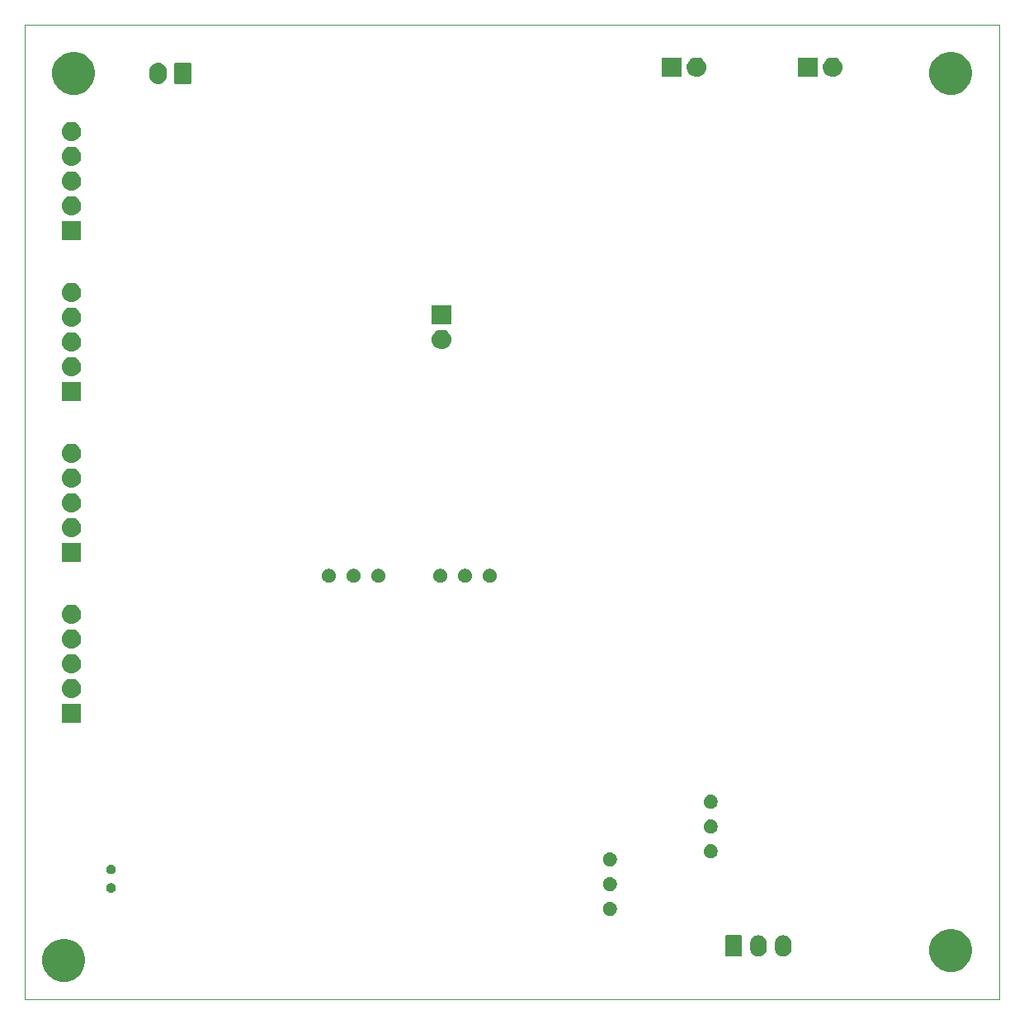
<source format=gbr>
%TF.GenerationSoftware,KiCad,Pcbnew,5.0.2+dfsg1-1*%
%TF.CreationDate,2021-03-05T16:55:40+01:00*%
%TF.ProjectId,XYgen,58596765-6e2e-46b6-9963-61645f706362,rev?*%
%TF.SameCoordinates,Original*%
%TF.FileFunction,Soldermask,Bot*%
%TF.FilePolarity,Negative*%
%FSLAX46Y46*%
G04 Gerber Fmt 4.6, Leading zero omitted, Abs format (unit mm)*
G04 Created by KiCad (PCBNEW 5.0.2+dfsg1-1) date Fri 05 Mar 2021 04:55:40 PM CET*
%MOMM*%
%LPD*%
G01*
G04 APERTURE LIST*
%ADD10C,0.100000*%
G04 APERTURE END LIST*
D10*
X100000000Y-35000000D02*
X100000000Y-135000000D01*
X200000000Y-35000000D02*
X100000000Y-35000000D01*
X200000000Y-135000000D02*
X200000000Y-35000000D01*
X100000000Y-135000000D02*
X200000000Y-135000000D01*
G36*
X104641716Y-128884544D02*
X105042090Y-129050384D01*
X105402421Y-129291150D01*
X105708850Y-129597579D01*
X105949616Y-129957910D01*
X106115456Y-130358284D01*
X106200000Y-130783317D01*
X106200000Y-131216683D01*
X106115456Y-131641716D01*
X105949616Y-132042090D01*
X105708850Y-132402421D01*
X105402421Y-132708850D01*
X105042090Y-132949616D01*
X104641716Y-133115456D01*
X104216683Y-133200000D01*
X103783317Y-133200000D01*
X103358284Y-133115456D01*
X102957910Y-132949616D01*
X102597579Y-132708850D01*
X102291150Y-132402421D01*
X102050384Y-132042090D01*
X101884544Y-131641716D01*
X101800000Y-131216683D01*
X101800000Y-130783317D01*
X101884544Y-130358284D01*
X102050384Y-129957910D01*
X102291150Y-129597579D01*
X102597579Y-129291150D01*
X102957910Y-129050384D01*
X103358284Y-128884544D01*
X103783317Y-128800000D01*
X104216683Y-128800000D01*
X104641716Y-128884544D01*
X104641716Y-128884544D01*
G37*
G36*
X195641716Y-127884544D02*
X196042090Y-128050384D01*
X196402421Y-128291150D01*
X196708850Y-128597579D01*
X196949616Y-128957910D01*
X197115456Y-129358284D01*
X197200000Y-129783317D01*
X197200000Y-130216683D01*
X197115456Y-130641716D01*
X196949616Y-131042090D01*
X196708850Y-131402421D01*
X196402421Y-131708850D01*
X196042090Y-131949616D01*
X195641716Y-132115456D01*
X195216683Y-132200000D01*
X194783317Y-132200000D01*
X194358284Y-132115456D01*
X193957910Y-131949616D01*
X193597579Y-131708850D01*
X193291150Y-131402421D01*
X193050384Y-131042090D01*
X192884544Y-130641716D01*
X192800000Y-130216683D01*
X192800000Y-129783317D01*
X192884544Y-129358284D01*
X193050384Y-128957910D01*
X193291150Y-128597579D01*
X193597579Y-128291150D01*
X193957910Y-128050384D01*
X194358284Y-127884544D01*
X194783317Y-127800000D01*
X195216683Y-127800000D01*
X195641716Y-127884544D01*
X195641716Y-127884544D01*
G37*
G36*
X177970545Y-128452588D02*
X177970548Y-128452589D01*
X177970549Y-128452589D01*
X178134544Y-128502336D01*
X178134546Y-128502337D01*
X178134549Y-128502338D01*
X178285685Y-128583121D01*
X178418159Y-128691841D01*
X178526878Y-128824314D01*
X178598286Y-128957910D01*
X178607664Y-128975455D01*
X178657411Y-129139450D01*
X178657412Y-129139454D01*
X178670000Y-129267262D01*
X178670000Y-129812737D01*
X178657412Y-129940547D01*
X178607664Y-130104546D01*
X178526878Y-130255686D01*
X178418159Y-130388159D01*
X178285686Y-130496878D01*
X178154913Y-130566777D01*
X178134545Y-130577664D01*
X177970550Y-130627411D01*
X177970549Y-130627411D01*
X177970546Y-130627412D01*
X177800000Y-130644209D01*
X177629455Y-130627412D01*
X177629452Y-130627411D01*
X177629451Y-130627411D01*
X177465456Y-130577664D01*
X177445088Y-130566777D01*
X177314315Y-130496878D01*
X177181842Y-130388159D01*
X177073123Y-130255686D01*
X176992337Y-130104547D01*
X176942588Y-129940546D01*
X176930000Y-129812738D01*
X176930000Y-129267263D01*
X176942588Y-129139455D01*
X176942589Y-129139451D01*
X176992336Y-128975456D01*
X176992337Y-128975454D01*
X176992338Y-128975451D01*
X177073121Y-128824315D01*
X177181841Y-128691841D01*
X177314314Y-128583122D01*
X177465453Y-128502337D01*
X177465455Y-128502336D01*
X177629450Y-128452589D01*
X177629451Y-128452589D01*
X177629454Y-128452588D01*
X177800000Y-128435791D01*
X177970545Y-128452588D01*
X177970545Y-128452588D01*
G37*
G36*
X175430545Y-128452588D02*
X175430548Y-128452589D01*
X175430549Y-128452589D01*
X175594544Y-128502336D01*
X175594546Y-128502337D01*
X175594549Y-128502338D01*
X175745685Y-128583121D01*
X175878159Y-128691841D01*
X175986878Y-128824314D01*
X176058286Y-128957910D01*
X176067664Y-128975455D01*
X176117411Y-129139450D01*
X176117412Y-129139454D01*
X176130000Y-129267262D01*
X176130000Y-129812737D01*
X176117412Y-129940547D01*
X176067664Y-130104546D01*
X175986878Y-130255686D01*
X175878159Y-130388159D01*
X175745686Y-130496878D01*
X175614913Y-130566777D01*
X175594545Y-130577664D01*
X175430550Y-130627411D01*
X175430549Y-130627411D01*
X175430546Y-130627412D01*
X175260000Y-130644209D01*
X175089455Y-130627412D01*
X175089452Y-130627411D01*
X175089451Y-130627411D01*
X174925456Y-130577664D01*
X174905088Y-130566777D01*
X174774315Y-130496878D01*
X174641842Y-130388159D01*
X174533123Y-130255686D01*
X174452337Y-130104547D01*
X174402588Y-129940546D01*
X174390000Y-129812738D01*
X174390000Y-129267263D01*
X174402588Y-129139455D01*
X174402589Y-129139451D01*
X174452336Y-128975456D01*
X174452337Y-128975454D01*
X174452338Y-128975451D01*
X174533121Y-128824315D01*
X174641841Y-128691841D01*
X174774314Y-128583122D01*
X174925453Y-128502337D01*
X174925455Y-128502336D01*
X175089450Y-128452589D01*
X175089451Y-128452589D01*
X175089454Y-128452588D01*
X175260000Y-128435791D01*
X175430545Y-128452588D01*
X175430545Y-128452588D01*
G37*
G36*
X173460355Y-128443685D02*
X173490431Y-128452808D01*
X173518145Y-128467622D01*
X173542440Y-128487560D01*
X173562378Y-128511855D01*
X173577192Y-128539569D01*
X173586315Y-128569645D01*
X173590000Y-128607059D01*
X173590000Y-130472941D01*
X173586315Y-130510355D01*
X173577192Y-130540431D01*
X173562378Y-130568145D01*
X173542440Y-130592440D01*
X173518145Y-130612378D01*
X173490431Y-130627192D01*
X173460355Y-130636315D01*
X173422941Y-130640000D01*
X172017059Y-130640000D01*
X171979645Y-130636315D01*
X171949569Y-130627192D01*
X171921855Y-130612378D01*
X171897560Y-130592440D01*
X171877622Y-130568145D01*
X171862808Y-130540431D01*
X171853685Y-130510355D01*
X171850000Y-130472941D01*
X171850000Y-128607059D01*
X171853685Y-128569645D01*
X171862808Y-128539569D01*
X171877622Y-128511855D01*
X171897560Y-128487560D01*
X171921855Y-128467622D01*
X171949569Y-128452808D01*
X171979645Y-128443685D01*
X172017059Y-128440000D01*
X173422941Y-128440000D01*
X173460355Y-128443685D01*
X173460355Y-128443685D01*
G37*
G36*
X160230015Y-125037668D02*
X160361049Y-125091944D01*
X160478975Y-125170740D01*
X160579260Y-125271025D01*
X160658056Y-125388951D01*
X160712332Y-125519985D01*
X160740000Y-125659085D01*
X160740000Y-125800915D01*
X160712332Y-125940015D01*
X160658056Y-126071049D01*
X160579260Y-126188975D01*
X160478975Y-126289260D01*
X160361049Y-126368056D01*
X160230015Y-126422332D01*
X160090915Y-126450000D01*
X159949085Y-126450000D01*
X159809985Y-126422332D01*
X159678951Y-126368056D01*
X159561025Y-126289260D01*
X159460740Y-126188975D01*
X159381944Y-126071049D01*
X159327668Y-125940015D01*
X159300000Y-125800915D01*
X159300000Y-125659085D01*
X159327668Y-125519985D01*
X159381944Y-125388951D01*
X159460740Y-125271025D01*
X159561025Y-125170740D01*
X159678951Y-125091944D01*
X159809985Y-125037668D01*
X159949085Y-125010000D01*
X160090915Y-125010000D01*
X160230015Y-125037668D01*
X160230015Y-125037668D01*
G37*
G36*
X108984845Y-123090215D02*
X109054544Y-123119085D01*
X109075839Y-123127906D01*
X109156640Y-123181896D01*
X109157734Y-123182627D01*
X109227373Y-123252266D01*
X109282095Y-123334163D01*
X109319785Y-123425155D01*
X109339000Y-123521755D01*
X109339000Y-123620245D01*
X109319785Y-123716845D01*
X109282095Y-123807837D01*
X109227373Y-123889734D01*
X109157734Y-123959373D01*
X109157731Y-123959375D01*
X109075839Y-124014094D01*
X108984845Y-124051785D01*
X108888246Y-124071000D01*
X108789754Y-124071000D01*
X108693155Y-124051785D01*
X108602161Y-124014094D01*
X108520269Y-123959375D01*
X108520266Y-123959373D01*
X108450627Y-123889734D01*
X108395905Y-123807837D01*
X108358215Y-123716845D01*
X108339000Y-123620245D01*
X108339000Y-123521755D01*
X108358215Y-123425155D01*
X108395905Y-123334163D01*
X108450627Y-123252266D01*
X108520266Y-123182627D01*
X108521360Y-123181896D01*
X108602161Y-123127906D01*
X108623457Y-123119085D01*
X108693155Y-123090215D01*
X108789754Y-123071000D01*
X108888246Y-123071000D01*
X108984845Y-123090215D01*
X108984845Y-123090215D01*
G37*
G36*
X160230015Y-122497668D02*
X160361049Y-122551944D01*
X160478975Y-122630740D01*
X160579260Y-122731025D01*
X160658056Y-122848951D01*
X160712332Y-122979985D01*
X160740000Y-123119085D01*
X160740000Y-123260915D01*
X160712332Y-123400015D01*
X160658056Y-123531049D01*
X160579260Y-123648975D01*
X160478975Y-123749260D01*
X160361049Y-123828056D01*
X160230015Y-123882332D01*
X160090915Y-123910000D01*
X159949085Y-123910000D01*
X159809985Y-123882332D01*
X159678951Y-123828056D01*
X159561025Y-123749260D01*
X159460740Y-123648975D01*
X159381944Y-123531049D01*
X159327668Y-123400015D01*
X159300000Y-123260915D01*
X159300000Y-123119085D01*
X159327668Y-122979985D01*
X159381944Y-122848951D01*
X159460740Y-122731025D01*
X159561025Y-122630740D01*
X159678951Y-122551944D01*
X159809985Y-122497668D01*
X159949085Y-122470000D01*
X160090915Y-122470000D01*
X160230015Y-122497668D01*
X160230015Y-122497668D01*
G37*
G36*
X108984845Y-121190215D02*
X109075839Y-121227906D01*
X109156640Y-121281896D01*
X109157734Y-121282627D01*
X109227373Y-121352266D01*
X109282095Y-121434163D01*
X109319785Y-121525155D01*
X109339000Y-121621755D01*
X109339000Y-121720245D01*
X109319785Y-121816845D01*
X109282095Y-121907837D01*
X109227373Y-121989734D01*
X109157734Y-122059373D01*
X109157731Y-122059375D01*
X109075839Y-122114094D01*
X108984845Y-122151785D01*
X108888246Y-122171000D01*
X108789754Y-122171000D01*
X108693155Y-122151785D01*
X108602161Y-122114094D01*
X108520269Y-122059375D01*
X108520266Y-122059373D01*
X108450627Y-121989734D01*
X108395905Y-121907837D01*
X108358215Y-121816845D01*
X108339000Y-121720245D01*
X108339000Y-121621755D01*
X108358215Y-121525155D01*
X108395905Y-121434163D01*
X108450627Y-121352266D01*
X108520266Y-121282627D01*
X108521360Y-121281896D01*
X108602161Y-121227906D01*
X108693155Y-121190215D01*
X108789754Y-121171000D01*
X108888246Y-121171000D01*
X108984845Y-121190215D01*
X108984845Y-121190215D01*
G37*
G36*
X160230015Y-119957668D02*
X160361049Y-120011944D01*
X160478975Y-120090740D01*
X160579260Y-120191025D01*
X160658056Y-120308951D01*
X160712332Y-120439985D01*
X160740000Y-120579085D01*
X160740000Y-120720915D01*
X160712332Y-120860015D01*
X160658056Y-120991049D01*
X160579260Y-121108975D01*
X160478975Y-121209260D01*
X160361049Y-121288056D01*
X160230015Y-121342332D01*
X160090915Y-121370000D01*
X159949085Y-121370000D01*
X159809985Y-121342332D01*
X159678951Y-121288056D01*
X159561025Y-121209260D01*
X159460740Y-121108975D01*
X159381944Y-120991049D01*
X159327668Y-120860015D01*
X159300000Y-120720915D01*
X159300000Y-120579085D01*
X159327668Y-120439985D01*
X159381944Y-120308951D01*
X159460740Y-120191025D01*
X159561025Y-120090740D01*
X159678951Y-120011944D01*
X159809985Y-119957668D01*
X159949085Y-119930000D01*
X160090915Y-119930000D01*
X160230015Y-119957668D01*
X160230015Y-119957668D01*
G37*
G36*
X170580515Y-119132168D02*
X170711549Y-119186444D01*
X170829475Y-119265240D01*
X170929760Y-119365525D01*
X171008556Y-119483451D01*
X171062832Y-119614485D01*
X171090500Y-119753585D01*
X171090500Y-119895415D01*
X171062832Y-120034515D01*
X171008556Y-120165549D01*
X170929760Y-120283475D01*
X170829475Y-120383760D01*
X170711549Y-120462556D01*
X170580515Y-120516832D01*
X170441415Y-120544500D01*
X170299585Y-120544500D01*
X170160485Y-120516832D01*
X170029451Y-120462556D01*
X169911525Y-120383760D01*
X169811240Y-120283475D01*
X169732444Y-120165549D01*
X169678168Y-120034515D01*
X169650500Y-119895415D01*
X169650500Y-119753585D01*
X169678168Y-119614485D01*
X169732444Y-119483451D01*
X169811240Y-119365525D01*
X169911525Y-119265240D01*
X170029451Y-119186444D01*
X170160485Y-119132168D01*
X170299585Y-119104500D01*
X170441415Y-119104500D01*
X170580515Y-119132168D01*
X170580515Y-119132168D01*
G37*
G36*
X170580515Y-116592168D02*
X170711549Y-116646444D01*
X170829475Y-116725240D01*
X170929760Y-116825525D01*
X171008556Y-116943451D01*
X171062832Y-117074485D01*
X171090500Y-117213585D01*
X171090500Y-117355415D01*
X171062832Y-117494515D01*
X171008556Y-117625549D01*
X170929760Y-117743475D01*
X170829475Y-117843760D01*
X170711549Y-117922556D01*
X170580515Y-117976832D01*
X170441415Y-118004500D01*
X170299585Y-118004500D01*
X170160485Y-117976832D01*
X170029451Y-117922556D01*
X169911525Y-117843760D01*
X169811240Y-117743475D01*
X169732444Y-117625549D01*
X169678168Y-117494515D01*
X169650500Y-117355415D01*
X169650500Y-117213585D01*
X169678168Y-117074485D01*
X169732444Y-116943451D01*
X169811240Y-116825525D01*
X169911525Y-116725240D01*
X170029451Y-116646444D01*
X170160485Y-116592168D01*
X170299585Y-116564500D01*
X170441415Y-116564500D01*
X170580515Y-116592168D01*
X170580515Y-116592168D01*
G37*
G36*
X170580515Y-114052168D02*
X170711549Y-114106444D01*
X170829475Y-114185240D01*
X170929760Y-114285525D01*
X171008556Y-114403451D01*
X171062832Y-114534485D01*
X171090500Y-114673585D01*
X171090500Y-114815415D01*
X171062832Y-114954515D01*
X171008556Y-115085549D01*
X170929760Y-115203475D01*
X170829475Y-115303760D01*
X170711549Y-115382556D01*
X170580515Y-115436832D01*
X170441415Y-115464500D01*
X170299585Y-115464500D01*
X170160485Y-115436832D01*
X170029451Y-115382556D01*
X169911525Y-115303760D01*
X169811240Y-115203475D01*
X169732444Y-115085549D01*
X169678168Y-114954515D01*
X169650500Y-114815415D01*
X169650500Y-114673585D01*
X169678168Y-114534485D01*
X169732444Y-114403451D01*
X169811240Y-114285525D01*
X169911525Y-114185240D01*
X170029451Y-114106444D01*
X170160485Y-114052168D01*
X170299585Y-114024500D01*
X170441415Y-114024500D01*
X170580515Y-114052168D01*
X170580515Y-114052168D01*
G37*
G36*
X105775000Y-106664000D02*
X103775000Y-106664000D01*
X103775000Y-104664000D01*
X105775000Y-104664000D01*
X105775000Y-106664000D01*
X105775000Y-106664000D01*
G37*
G36*
X104971030Y-102138469D02*
X104971033Y-102138470D01*
X104971034Y-102138470D01*
X105159535Y-102195651D01*
X105159537Y-102195652D01*
X105333260Y-102288509D01*
X105485528Y-102413472D01*
X105610491Y-102565740D01*
X105703348Y-102739463D01*
X105760531Y-102927970D01*
X105779838Y-103124000D01*
X105760531Y-103320030D01*
X105703348Y-103508537D01*
X105610491Y-103682260D01*
X105485528Y-103834528D01*
X105333260Y-103959491D01*
X105333258Y-103959492D01*
X105159535Y-104052349D01*
X104971034Y-104109530D01*
X104971033Y-104109530D01*
X104971030Y-104109531D01*
X104824124Y-104124000D01*
X104725876Y-104124000D01*
X104578970Y-104109531D01*
X104578967Y-104109530D01*
X104578966Y-104109530D01*
X104390465Y-104052349D01*
X104216742Y-103959492D01*
X104216740Y-103959491D01*
X104064472Y-103834528D01*
X103939509Y-103682260D01*
X103846652Y-103508537D01*
X103789469Y-103320030D01*
X103770162Y-103124000D01*
X103789469Y-102927970D01*
X103846652Y-102739463D01*
X103939509Y-102565740D01*
X104064472Y-102413472D01*
X104216740Y-102288509D01*
X104390463Y-102195652D01*
X104390465Y-102195651D01*
X104578966Y-102138470D01*
X104578967Y-102138470D01*
X104578970Y-102138469D01*
X104725876Y-102124000D01*
X104824124Y-102124000D01*
X104971030Y-102138469D01*
X104971030Y-102138469D01*
G37*
G36*
X104971030Y-99598469D02*
X104971033Y-99598470D01*
X104971034Y-99598470D01*
X105159535Y-99655651D01*
X105159537Y-99655652D01*
X105333260Y-99748509D01*
X105485528Y-99873472D01*
X105610491Y-100025740D01*
X105703348Y-100199463D01*
X105760531Y-100387970D01*
X105779838Y-100584000D01*
X105760531Y-100780030D01*
X105703348Y-100968537D01*
X105610491Y-101142260D01*
X105485528Y-101294528D01*
X105333260Y-101419491D01*
X105333258Y-101419492D01*
X105159535Y-101512349D01*
X104971034Y-101569530D01*
X104971033Y-101569530D01*
X104971030Y-101569531D01*
X104824124Y-101584000D01*
X104725876Y-101584000D01*
X104578970Y-101569531D01*
X104578967Y-101569530D01*
X104578966Y-101569530D01*
X104390465Y-101512349D01*
X104216742Y-101419492D01*
X104216740Y-101419491D01*
X104064472Y-101294528D01*
X103939509Y-101142260D01*
X103846652Y-100968537D01*
X103789469Y-100780030D01*
X103770162Y-100584000D01*
X103789469Y-100387970D01*
X103846652Y-100199463D01*
X103939509Y-100025740D01*
X104064472Y-99873472D01*
X104216740Y-99748509D01*
X104390463Y-99655652D01*
X104390465Y-99655651D01*
X104578966Y-99598470D01*
X104578967Y-99598470D01*
X104578970Y-99598469D01*
X104725876Y-99584000D01*
X104824124Y-99584000D01*
X104971030Y-99598469D01*
X104971030Y-99598469D01*
G37*
G36*
X104971030Y-97058469D02*
X104971033Y-97058470D01*
X104971034Y-97058470D01*
X105159535Y-97115651D01*
X105159537Y-97115652D01*
X105333260Y-97208509D01*
X105485528Y-97333472D01*
X105610491Y-97485740D01*
X105703348Y-97659463D01*
X105760531Y-97847970D01*
X105779838Y-98044000D01*
X105760531Y-98240030D01*
X105703348Y-98428537D01*
X105610491Y-98602260D01*
X105485528Y-98754528D01*
X105333260Y-98879491D01*
X105333258Y-98879492D01*
X105159535Y-98972349D01*
X104971034Y-99029530D01*
X104971033Y-99029530D01*
X104971030Y-99029531D01*
X104824124Y-99044000D01*
X104725876Y-99044000D01*
X104578970Y-99029531D01*
X104578967Y-99029530D01*
X104578966Y-99029530D01*
X104390465Y-98972349D01*
X104216742Y-98879492D01*
X104216740Y-98879491D01*
X104064472Y-98754528D01*
X103939509Y-98602260D01*
X103846652Y-98428537D01*
X103789469Y-98240030D01*
X103770162Y-98044000D01*
X103789469Y-97847970D01*
X103846652Y-97659463D01*
X103939509Y-97485740D01*
X104064472Y-97333472D01*
X104216740Y-97208509D01*
X104390463Y-97115652D01*
X104390465Y-97115651D01*
X104578966Y-97058470D01*
X104578967Y-97058470D01*
X104578970Y-97058469D01*
X104725876Y-97044000D01*
X104824124Y-97044000D01*
X104971030Y-97058469D01*
X104971030Y-97058469D01*
G37*
G36*
X104971030Y-94518469D02*
X104971033Y-94518470D01*
X104971034Y-94518470D01*
X105159535Y-94575651D01*
X105159537Y-94575652D01*
X105333260Y-94668509D01*
X105485528Y-94793472D01*
X105610491Y-94945740D01*
X105703348Y-95119463D01*
X105760531Y-95307970D01*
X105779838Y-95504000D01*
X105760531Y-95700030D01*
X105703348Y-95888537D01*
X105610491Y-96062260D01*
X105485528Y-96214528D01*
X105333260Y-96339491D01*
X105333258Y-96339492D01*
X105159535Y-96432349D01*
X104971034Y-96489530D01*
X104971033Y-96489530D01*
X104971030Y-96489531D01*
X104824124Y-96504000D01*
X104725876Y-96504000D01*
X104578970Y-96489531D01*
X104578967Y-96489530D01*
X104578966Y-96489530D01*
X104390465Y-96432349D01*
X104216742Y-96339492D01*
X104216740Y-96339491D01*
X104064472Y-96214528D01*
X103939509Y-96062260D01*
X103846652Y-95888537D01*
X103789469Y-95700030D01*
X103770162Y-95504000D01*
X103789469Y-95307970D01*
X103846652Y-95119463D01*
X103939509Y-94945740D01*
X104064472Y-94793472D01*
X104216740Y-94668509D01*
X104390463Y-94575652D01*
X104390465Y-94575651D01*
X104578966Y-94518470D01*
X104578967Y-94518470D01*
X104578970Y-94518469D01*
X104725876Y-94504000D01*
X104824124Y-94504000D01*
X104971030Y-94518469D01*
X104971030Y-94518469D01*
G37*
G36*
X131401015Y-90874668D02*
X131532049Y-90928944D01*
X131649975Y-91007740D01*
X131750260Y-91108025D01*
X131829056Y-91225951D01*
X131883332Y-91356985D01*
X131911000Y-91496085D01*
X131911000Y-91637915D01*
X131883332Y-91777015D01*
X131829056Y-91908049D01*
X131750260Y-92025975D01*
X131649975Y-92126260D01*
X131532049Y-92205056D01*
X131401015Y-92259332D01*
X131261915Y-92287000D01*
X131120085Y-92287000D01*
X130980985Y-92259332D01*
X130849951Y-92205056D01*
X130732025Y-92126260D01*
X130631740Y-92025975D01*
X130552944Y-91908049D01*
X130498668Y-91777015D01*
X130471000Y-91637915D01*
X130471000Y-91496085D01*
X130498668Y-91356985D01*
X130552944Y-91225951D01*
X130631740Y-91108025D01*
X130732025Y-91007740D01*
X130849951Y-90928944D01*
X130980985Y-90874668D01*
X131120085Y-90847000D01*
X131261915Y-90847000D01*
X131401015Y-90874668D01*
X131401015Y-90874668D01*
G37*
G36*
X133941015Y-90874668D02*
X134072049Y-90928944D01*
X134189975Y-91007740D01*
X134290260Y-91108025D01*
X134369056Y-91225951D01*
X134423332Y-91356985D01*
X134451000Y-91496085D01*
X134451000Y-91637915D01*
X134423332Y-91777015D01*
X134369056Y-91908049D01*
X134290260Y-92025975D01*
X134189975Y-92126260D01*
X134072049Y-92205056D01*
X133941015Y-92259332D01*
X133801915Y-92287000D01*
X133660085Y-92287000D01*
X133520985Y-92259332D01*
X133389951Y-92205056D01*
X133272025Y-92126260D01*
X133171740Y-92025975D01*
X133092944Y-91908049D01*
X133038668Y-91777015D01*
X133011000Y-91637915D01*
X133011000Y-91496085D01*
X133038668Y-91356985D01*
X133092944Y-91225951D01*
X133171740Y-91108025D01*
X133272025Y-91007740D01*
X133389951Y-90928944D01*
X133520985Y-90874668D01*
X133660085Y-90847000D01*
X133801915Y-90847000D01*
X133941015Y-90874668D01*
X133941015Y-90874668D01*
G37*
G36*
X136481015Y-90874668D02*
X136612049Y-90928944D01*
X136729975Y-91007740D01*
X136830260Y-91108025D01*
X136909056Y-91225951D01*
X136963332Y-91356985D01*
X136991000Y-91496085D01*
X136991000Y-91637915D01*
X136963332Y-91777015D01*
X136909056Y-91908049D01*
X136830260Y-92025975D01*
X136729975Y-92126260D01*
X136612049Y-92205056D01*
X136481015Y-92259332D01*
X136341915Y-92287000D01*
X136200085Y-92287000D01*
X136060985Y-92259332D01*
X135929951Y-92205056D01*
X135812025Y-92126260D01*
X135711740Y-92025975D01*
X135632944Y-91908049D01*
X135578668Y-91777015D01*
X135551000Y-91637915D01*
X135551000Y-91496085D01*
X135578668Y-91356985D01*
X135632944Y-91225951D01*
X135711740Y-91108025D01*
X135812025Y-91007740D01*
X135929951Y-90928944D01*
X136060985Y-90874668D01*
X136200085Y-90847000D01*
X136341915Y-90847000D01*
X136481015Y-90874668D01*
X136481015Y-90874668D01*
G37*
G36*
X142831015Y-90874668D02*
X142962049Y-90928944D01*
X143079975Y-91007740D01*
X143180260Y-91108025D01*
X143259056Y-91225951D01*
X143313332Y-91356985D01*
X143341000Y-91496085D01*
X143341000Y-91637915D01*
X143313332Y-91777015D01*
X143259056Y-91908049D01*
X143180260Y-92025975D01*
X143079975Y-92126260D01*
X142962049Y-92205056D01*
X142831015Y-92259332D01*
X142691915Y-92287000D01*
X142550085Y-92287000D01*
X142410985Y-92259332D01*
X142279951Y-92205056D01*
X142162025Y-92126260D01*
X142061740Y-92025975D01*
X141982944Y-91908049D01*
X141928668Y-91777015D01*
X141901000Y-91637915D01*
X141901000Y-91496085D01*
X141928668Y-91356985D01*
X141982944Y-91225951D01*
X142061740Y-91108025D01*
X142162025Y-91007740D01*
X142279951Y-90928944D01*
X142410985Y-90874668D01*
X142550085Y-90847000D01*
X142691915Y-90847000D01*
X142831015Y-90874668D01*
X142831015Y-90874668D01*
G37*
G36*
X145371015Y-90874668D02*
X145502049Y-90928944D01*
X145619975Y-91007740D01*
X145720260Y-91108025D01*
X145799056Y-91225951D01*
X145853332Y-91356985D01*
X145881000Y-91496085D01*
X145881000Y-91637915D01*
X145853332Y-91777015D01*
X145799056Y-91908049D01*
X145720260Y-92025975D01*
X145619975Y-92126260D01*
X145502049Y-92205056D01*
X145371015Y-92259332D01*
X145231915Y-92287000D01*
X145090085Y-92287000D01*
X144950985Y-92259332D01*
X144819951Y-92205056D01*
X144702025Y-92126260D01*
X144601740Y-92025975D01*
X144522944Y-91908049D01*
X144468668Y-91777015D01*
X144441000Y-91637915D01*
X144441000Y-91496085D01*
X144468668Y-91356985D01*
X144522944Y-91225951D01*
X144601740Y-91108025D01*
X144702025Y-91007740D01*
X144819951Y-90928944D01*
X144950985Y-90874668D01*
X145090085Y-90847000D01*
X145231915Y-90847000D01*
X145371015Y-90874668D01*
X145371015Y-90874668D01*
G37*
G36*
X147911015Y-90874668D02*
X148042049Y-90928944D01*
X148159975Y-91007740D01*
X148260260Y-91108025D01*
X148339056Y-91225951D01*
X148393332Y-91356985D01*
X148421000Y-91496085D01*
X148421000Y-91637915D01*
X148393332Y-91777015D01*
X148339056Y-91908049D01*
X148260260Y-92025975D01*
X148159975Y-92126260D01*
X148042049Y-92205056D01*
X147911015Y-92259332D01*
X147771915Y-92287000D01*
X147630085Y-92287000D01*
X147490985Y-92259332D01*
X147359951Y-92205056D01*
X147242025Y-92126260D01*
X147141740Y-92025975D01*
X147062944Y-91908049D01*
X147008668Y-91777015D01*
X146981000Y-91637915D01*
X146981000Y-91496085D01*
X147008668Y-91356985D01*
X147062944Y-91225951D01*
X147141740Y-91108025D01*
X147242025Y-91007740D01*
X147359951Y-90928944D01*
X147490985Y-90874668D01*
X147630085Y-90847000D01*
X147771915Y-90847000D01*
X147911015Y-90874668D01*
X147911015Y-90874668D01*
G37*
G36*
X105775000Y-90154000D02*
X103775000Y-90154000D01*
X103775000Y-88154000D01*
X105775000Y-88154000D01*
X105775000Y-90154000D01*
X105775000Y-90154000D01*
G37*
G36*
X104971030Y-85628469D02*
X104971033Y-85628470D01*
X104971034Y-85628470D01*
X105159535Y-85685651D01*
X105159537Y-85685652D01*
X105333260Y-85778509D01*
X105485528Y-85903472D01*
X105610491Y-86055740D01*
X105703348Y-86229463D01*
X105760531Y-86417970D01*
X105779838Y-86614000D01*
X105760531Y-86810030D01*
X105703348Y-86998537D01*
X105610491Y-87172260D01*
X105485528Y-87324528D01*
X105333260Y-87449491D01*
X105333258Y-87449492D01*
X105159535Y-87542349D01*
X104971034Y-87599530D01*
X104971033Y-87599530D01*
X104971030Y-87599531D01*
X104824124Y-87614000D01*
X104725876Y-87614000D01*
X104578970Y-87599531D01*
X104578967Y-87599530D01*
X104578966Y-87599530D01*
X104390465Y-87542349D01*
X104216742Y-87449492D01*
X104216740Y-87449491D01*
X104064472Y-87324528D01*
X103939509Y-87172260D01*
X103846652Y-86998537D01*
X103789469Y-86810030D01*
X103770162Y-86614000D01*
X103789469Y-86417970D01*
X103846652Y-86229463D01*
X103939509Y-86055740D01*
X104064472Y-85903472D01*
X104216740Y-85778509D01*
X104390463Y-85685652D01*
X104390465Y-85685651D01*
X104578966Y-85628470D01*
X104578967Y-85628470D01*
X104578970Y-85628469D01*
X104725876Y-85614000D01*
X104824124Y-85614000D01*
X104971030Y-85628469D01*
X104971030Y-85628469D01*
G37*
G36*
X104971030Y-83088469D02*
X104971033Y-83088470D01*
X104971034Y-83088470D01*
X105159535Y-83145651D01*
X105159537Y-83145652D01*
X105333260Y-83238509D01*
X105485528Y-83363472D01*
X105610491Y-83515740D01*
X105703348Y-83689463D01*
X105760531Y-83877970D01*
X105779838Y-84074000D01*
X105760531Y-84270030D01*
X105703348Y-84458537D01*
X105610491Y-84632260D01*
X105485528Y-84784528D01*
X105333260Y-84909491D01*
X105333258Y-84909492D01*
X105159535Y-85002349D01*
X104971034Y-85059530D01*
X104971033Y-85059530D01*
X104971030Y-85059531D01*
X104824124Y-85074000D01*
X104725876Y-85074000D01*
X104578970Y-85059531D01*
X104578967Y-85059530D01*
X104578966Y-85059530D01*
X104390465Y-85002349D01*
X104216742Y-84909492D01*
X104216740Y-84909491D01*
X104064472Y-84784528D01*
X103939509Y-84632260D01*
X103846652Y-84458537D01*
X103789469Y-84270030D01*
X103770162Y-84074000D01*
X103789469Y-83877970D01*
X103846652Y-83689463D01*
X103939509Y-83515740D01*
X104064472Y-83363472D01*
X104216740Y-83238509D01*
X104390463Y-83145652D01*
X104390465Y-83145651D01*
X104578966Y-83088470D01*
X104578967Y-83088470D01*
X104578970Y-83088469D01*
X104725876Y-83074000D01*
X104824124Y-83074000D01*
X104971030Y-83088469D01*
X104971030Y-83088469D01*
G37*
G36*
X104971030Y-80548469D02*
X104971033Y-80548470D01*
X104971034Y-80548470D01*
X105159535Y-80605651D01*
X105159537Y-80605652D01*
X105333260Y-80698509D01*
X105485528Y-80823472D01*
X105610491Y-80975740D01*
X105703348Y-81149463D01*
X105760531Y-81337970D01*
X105779838Y-81534000D01*
X105760531Y-81730030D01*
X105703348Y-81918537D01*
X105610491Y-82092260D01*
X105485528Y-82244528D01*
X105333260Y-82369491D01*
X105333258Y-82369492D01*
X105159535Y-82462349D01*
X104971034Y-82519530D01*
X104971033Y-82519530D01*
X104971030Y-82519531D01*
X104824124Y-82534000D01*
X104725876Y-82534000D01*
X104578970Y-82519531D01*
X104578967Y-82519530D01*
X104578966Y-82519530D01*
X104390465Y-82462349D01*
X104216742Y-82369492D01*
X104216740Y-82369491D01*
X104064472Y-82244528D01*
X103939509Y-82092260D01*
X103846652Y-81918537D01*
X103789469Y-81730030D01*
X103770162Y-81534000D01*
X103789469Y-81337970D01*
X103846652Y-81149463D01*
X103939509Y-80975740D01*
X104064472Y-80823472D01*
X104216740Y-80698509D01*
X104390463Y-80605652D01*
X104390465Y-80605651D01*
X104578966Y-80548470D01*
X104578967Y-80548470D01*
X104578970Y-80548469D01*
X104725876Y-80534000D01*
X104824124Y-80534000D01*
X104971030Y-80548469D01*
X104971030Y-80548469D01*
G37*
G36*
X104971030Y-78008469D02*
X104971033Y-78008470D01*
X104971034Y-78008470D01*
X105159535Y-78065651D01*
X105159537Y-78065652D01*
X105333260Y-78158509D01*
X105485528Y-78283472D01*
X105610491Y-78435740D01*
X105703348Y-78609463D01*
X105760531Y-78797970D01*
X105779838Y-78994000D01*
X105760531Y-79190030D01*
X105703348Y-79378537D01*
X105610491Y-79552260D01*
X105485528Y-79704528D01*
X105333260Y-79829491D01*
X105333258Y-79829492D01*
X105159535Y-79922349D01*
X104971034Y-79979530D01*
X104971033Y-79979530D01*
X104971030Y-79979531D01*
X104824124Y-79994000D01*
X104725876Y-79994000D01*
X104578970Y-79979531D01*
X104578967Y-79979530D01*
X104578966Y-79979530D01*
X104390465Y-79922349D01*
X104216742Y-79829492D01*
X104216740Y-79829491D01*
X104064472Y-79704528D01*
X103939509Y-79552260D01*
X103846652Y-79378537D01*
X103789469Y-79190030D01*
X103770162Y-78994000D01*
X103789469Y-78797970D01*
X103846652Y-78609463D01*
X103939509Y-78435740D01*
X104064472Y-78283472D01*
X104216740Y-78158509D01*
X104390463Y-78065652D01*
X104390465Y-78065651D01*
X104578966Y-78008470D01*
X104578967Y-78008470D01*
X104578970Y-78008469D01*
X104725876Y-77994000D01*
X104824124Y-77994000D01*
X104971030Y-78008469D01*
X104971030Y-78008469D01*
G37*
G36*
X105775000Y-73644000D02*
X103775000Y-73644000D01*
X103775000Y-71644000D01*
X105775000Y-71644000D01*
X105775000Y-73644000D01*
X105775000Y-73644000D01*
G37*
G36*
X104971030Y-69118469D02*
X104971033Y-69118470D01*
X104971034Y-69118470D01*
X105159535Y-69175651D01*
X105159537Y-69175652D01*
X105333260Y-69268509D01*
X105485528Y-69393472D01*
X105610491Y-69545740D01*
X105703348Y-69719463D01*
X105760531Y-69907970D01*
X105779838Y-70104000D01*
X105760531Y-70300030D01*
X105703348Y-70488537D01*
X105610491Y-70662260D01*
X105485528Y-70814528D01*
X105333260Y-70939491D01*
X105333258Y-70939492D01*
X105159535Y-71032349D01*
X104971034Y-71089530D01*
X104971033Y-71089530D01*
X104971030Y-71089531D01*
X104824124Y-71104000D01*
X104725876Y-71104000D01*
X104578970Y-71089531D01*
X104578967Y-71089530D01*
X104578966Y-71089530D01*
X104390465Y-71032349D01*
X104216742Y-70939492D01*
X104216740Y-70939491D01*
X104064472Y-70814528D01*
X103939509Y-70662260D01*
X103846652Y-70488537D01*
X103789469Y-70300030D01*
X103770162Y-70104000D01*
X103789469Y-69907970D01*
X103846652Y-69719463D01*
X103939509Y-69545740D01*
X104064472Y-69393472D01*
X104216740Y-69268509D01*
X104390463Y-69175652D01*
X104390465Y-69175651D01*
X104578966Y-69118470D01*
X104578967Y-69118470D01*
X104578970Y-69118469D01*
X104725876Y-69104000D01*
X104824124Y-69104000D01*
X104971030Y-69118469D01*
X104971030Y-69118469D01*
G37*
G36*
X104971030Y-66578469D02*
X104971033Y-66578470D01*
X104971034Y-66578470D01*
X105159535Y-66635651D01*
X105159537Y-66635652D01*
X105333260Y-66728509D01*
X105485528Y-66853472D01*
X105610491Y-67005740D01*
X105703348Y-67179463D01*
X105760531Y-67367970D01*
X105779838Y-67564000D01*
X105760531Y-67760030D01*
X105760530Y-67760033D01*
X105760530Y-67760034D01*
X105727701Y-67868258D01*
X105703348Y-67948537D01*
X105610491Y-68122260D01*
X105485528Y-68274528D01*
X105333260Y-68399491D01*
X105333258Y-68399492D01*
X105159535Y-68492349D01*
X104971034Y-68549530D01*
X104971033Y-68549530D01*
X104971030Y-68549531D01*
X104824124Y-68564000D01*
X104725876Y-68564000D01*
X104578970Y-68549531D01*
X104578967Y-68549530D01*
X104578966Y-68549530D01*
X104390465Y-68492349D01*
X104216742Y-68399492D01*
X104216740Y-68399491D01*
X104064472Y-68274528D01*
X103939509Y-68122260D01*
X103846652Y-67948537D01*
X103822300Y-67868258D01*
X103789470Y-67760034D01*
X103789470Y-67760033D01*
X103789469Y-67760030D01*
X103770162Y-67564000D01*
X103789469Y-67367970D01*
X103846652Y-67179463D01*
X103939509Y-67005740D01*
X104064472Y-66853472D01*
X104216740Y-66728509D01*
X104390463Y-66635652D01*
X104390465Y-66635651D01*
X104578966Y-66578470D01*
X104578967Y-66578470D01*
X104578970Y-66578469D01*
X104725876Y-66564000D01*
X104824124Y-66564000D01*
X104971030Y-66578469D01*
X104971030Y-66578469D01*
G37*
G36*
X142944030Y-66324469D02*
X142944033Y-66324470D01*
X142944034Y-66324470D01*
X143132535Y-66381651D01*
X143132537Y-66381652D01*
X143306260Y-66474509D01*
X143458528Y-66599472D01*
X143583491Y-66751740D01*
X143583492Y-66751742D01*
X143676349Y-66925465D01*
X143733530Y-67113966D01*
X143733531Y-67113970D01*
X143752838Y-67310000D01*
X143733531Y-67506030D01*
X143676348Y-67694537D01*
X143583491Y-67868260D01*
X143458528Y-68020528D01*
X143306260Y-68145491D01*
X143306258Y-68145492D01*
X143132535Y-68238349D01*
X142944034Y-68295530D01*
X142944033Y-68295530D01*
X142944030Y-68295531D01*
X142797124Y-68310000D01*
X142698876Y-68310000D01*
X142551970Y-68295531D01*
X142551967Y-68295530D01*
X142551966Y-68295530D01*
X142363465Y-68238349D01*
X142189742Y-68145492D01*
X142189740Y-68145491D01*
X142037472Y-68020528D01*
X141912509Y-67868260D01*
X141819652Y-67694537D01*
X141762469Y-67506030D01*
X141743162Y-67310000D01*
X141762469Y-67113970D01*
X141762470Y-67113966D01*
X141819651Y-66925465D01*
X141912508Y-66751742D01*
X141912509Y-66751740D01*
X142037472Y-66599472D01*
X142189740Y-66474509D01*
X142363463Y-66381652D01*
X142363465Y-66381651D01*
X142551966Y-66324470D01*
X142551967Y-66324470D01*
X142551970Y-66324469D01*
X142698876Y-66310000D01*
X142797124Y-66310000D01*
X142944030Y-66324469D01*
X142944030Y-66324469D01*
G37*
G36*
X104971030Y-64038469D02*
X104971033Y-64038470D01*
X104971034Y-64038470D01*
X105159535Y-64095651D01*
X105159537Y-64095652D01*
X105333260Y-64188509D01*
X105485528Y-64313472D01*
X105610491Y-64465740D01*
X105703348Y-64639463D01*
X105760531Y-64827970D01*
X105779838Y-65024000D01*
X105760531Y-65220030D01*
X105703348Y-65408537D01*
X105610491Y-65582260D01*
X105485528Y-65734528D01*
X105333260Y-65859491D01*
X105333258Y-65859492D01*
X105159535Y-65952349D01*
X104971034Y-66009530D01*
X104971033Y-66009530D01*
X104971030Y-66009531D01*
X104824124Y-66024000D01*
X104725876Y-66024000D01*
X104578970Y-66009531D01*
X104578967Y-66009530D01*
X104578966Y-66009530D01*
X104390465Y-65952349D01*
X104216742Y-65859492D01*
X104216740Y-65859491D01*
X104064472Y-65734528D01*
X103939509Y-65582260D01*
X103846652Y-65408537D01*
X103789469Y-65220030D01*
X103770162Y-65024000D01*
X103789469Y-64827970D01*
X103846652Y-64639463D01*
X103939509Y-64465740D01*
X104064472Y-64313472D01*
X104216740Y-64188509D01*
X104390463Y-64095652D01*
X104390465Y-64095651D01*
X104578966Y-64038470D01*
X104578967Y-64038470D01*
X104578970Y-64038469D01*
X104725876Y-64024000D01*
X104824124Y-64024000D01*
X104971030Y-64038469D01*
X104971030Y-64038469D01*
G37*
G36*
X143748000Y-65770000D02*
X141748000Y-65770000D01*
X141748000Y-63770000D01*
X143748000Y-63770000D01*
X143748000Y-65770000D01*
X143748000Y-65770000D01*
G37*
G36*
X104971030Y-61498469D02*
X104971033Y-61498470D01*
X104971034Y-61498470D01*
X105159535Y-61555651D01*
X105159537Y-61555652D01*
X105333260Y-61648509D01*
X105485528Y-61773472D01*
X105610491Y-61925740D01*
X105703348Y-62099463D01*
X105760531Y-62287970D01*
X105779838Y-62484000D01*
X105760531Y-62680030D01*
X105703348Y-62868537D01*
X105610491Y-63042260D01*
X105485528Y-63194528D01*
X105333260Y-63319491D01*
X105333258Y-63319492D01*
X105159535Y-63412349D01*
X104971034Y-63469530D01*
X104971033Y-63469530D01*
X104971030Y-63469531D01*
X104824124Y-63484000D01*
X104725876Y-63484000D01*
X104578970Y-63469531D01*
X104578967Y-63469530D01*
X104578966Y-63469530D01*
X104390465Y-63412349D01*
X104216742Y-63319492D01*
X104216740Y-63319491D01*
X104064472Y-63194528D01*
X103939509Y-63042260D01*
X103846652Y-62868537D01*
X103789469Y-62680030D01*
X103770162Y-62484000D01*
X103789469Y-62287970D01*
X103846652Y-62099463D01*
X103939509Y-61925740D01*
X104064472Y-61773472D01*
X104216740Y-61648509D01*
X104390463Y-61555652D01*
X104390465Y-61555651D01*
X104578966Y-61498470D01*
X104578967Y-61498470D01*
X104578970Y-61498469D01*
X104725876Y-61484000D01*
X104824124Y-61484000D01*
X104971030Y-61498469D01*
X104971030Y-61498469D01*
G37*
G36*
X105775000Y-57134000D02*
X103775000Y-57134000D01*
X103775000Y-55134000D01*
X105775000Y-55134000D01*
X105775000Y-57134000D01*
X105775000Y-57134000D01*
G37*
G36*
X104971030Y-52608469D02*
X104971033Y-52608470D01*
X104971034Y-52608470D01*
X105159535Y-52665651D01*
X105159537Y-52665652D01*
X105333260Y-52758509D01*
X105485528Y-52883472D01*
X105610491Y-53035740D01*
X105703348Y-53209463D01*
X105760531Y-53397970D01*
X105779838Y-53594000D01*
X105760531Y-53790030D01*
X105703348Y-53978537D01*
X105610491Y-54152260D01*
X105485528Y-54304528D01*
X105333260Y-54429491D01*
X105333258Y-54429492D01*
X105159535Y-54522349D01*
X104971034Y-54579530D01*
X104971033Y-54579530D01*
X104971030Y-54579531D01*
X104824124Y-54594000D01*
X104725876Y-54594000D01*
X104578970Y-54579531D01*
X104578967Y-54579530D01*
X104578966Y-54579530D01*
X104390465Y-54522349D01*
X104216742Y-54429492D01*
X104216740Y-54429491D01*
X104064472Y-54304528D01*
X103939509Y-54152260D01*
X103846652Y-53978537D01*
X103789469Y-53790030D01*
X103770162Y-53594000D01*
X103789469Y-53397970D01*
X103846652Y-53209463D01*
X103939509Y-53035740D01*
X104064472Y-52883472D01*
X104216740Y-52758509D01*
X104390463Y-52665652D01*
X104390465Y-52665651D01*
X104578966Y-52608470D01*
X104578967Y-52608470D01*
X104578970Y-52608469D01*
X104725876Y-52594000D01*
X104824124Y-52594000D01*
X104971030Y-52608469D01*
X104971030Y-52608469D01*
G37*
G36*
X104971030Y-50068469D02*
X104971033Y-50068470D01*
X104971034Y-50068470D01*
X105159535Y-50125651D01*
X105159537Y-50125652D01*
X105333260Y-50218509D01*
X105485528Y-50343472D01*
X105610491Y-50495740D01*
X105703348Y-50669463D01*
X105760531Y-50857970D01*
X105779838Y-51054000D01*
X105760531Y-51250030D01*
X105703348Y-51438537D01*
X105610491Y-51612260D01*
X105485528Y-51764528D01*
X105333260Y-51889491D01*
X105333258Y-51889492D01*
X105159535Y-51982349D01*
X104971034Y-52039530D01*
X104971033Y-52039530D01*
X104971030Y-52039531D01*
X104824124Y-52054000D01*
X104725876Y-52054000D01*
X104578970Y-52039531D01*
X104578967Y-52039530D01*
X104578966Y-52039530D01*
X104390465Y-51982349D01*
X104216742Y-51889492D01*
X104216740Y-51889491D01*
X104064472Y-51764528D01*
X103939509Y-51612260D01*
X103846652Y-51438537D01*
X103789469Y-51250030D01*
X103770162Y-51054000D01*
X103789469Y-50857970D01*
X103846652Y-50669463D01*
X103939509Y-50495740D01*
X104064472Y-50343472D01*
X104216740Y-50218509D01*
X104390463Y-50125652D01*
X104390465Y-50125651D01*
X104578966Y-50068470D01*
X104578967Y-50068470D01*
X104578970Y-50068469D01*
X104725876Y-50054000D01*
X104824124Y-50054000D01*
X104971030Y-50068469D01*
X104971030Y-50068469D01*
G37*
G36*
X104971030Y-47528469D02*
X104971033Y-47528470D01*
X104971034Y-47528470D01*
X105159535Y-47585651D01*
X105159537Y-47585652D01*
X105333260Y-47678509D01*
X105485528Y-47803472D01*
X105610491Y-47955740D01*
X105703348Y-48129463D01*
X105760531Y-48317970D01*
X105779838Y-48514000D01*
X105760531Y-48710030D01*
X105703348Y-48898537D01*
X105610491Y-49072260D01*
X105485528Y-49224528D01*
X105333260Y-49349491D01*
X105333258Y-49349492D01*
X105159535Y-49442349D01*
X104971034Y-49499530D01*
X104971033Y-49499530D01*
X104971030Y-49499531D01*
X104824124Y-49514000D01*
X104725876Y-49514000D01*
X104578970Y-49499531D01*
X104578967Y-49499530D01*
X104578966Y-49499530D01*
X104390465Y-49442349D01*
X104216742Y-49349492D01*
X104216740Y-49349491D01*
X104064472Y-49224528D01*
X103939509Y-49072260D01*
X103846652Y-48898537D01*
X103789469Y-48710030D01*
X103770162Y-48514000D01*
X103789469Y-48317970D01*
X103846652Y-48129463D01*
X103939509Y-47955740D01*
X104064472Y-47803472D01*
X104216740Y-47678509D01*
X104390463Y-47585652D01*
X104390465Y-47585651D01*
X104578966Y-47528470D01*
X104578967Y-47528470D01*
X104578970Y-47528469D01*
X104725876Y-47514000D01*
X104824124Y-47514000D01*
X104971030Y-47528469D01*
X104971030Y-47528469D01*
G37*
G36*
X104971030Y-44988469D02*
X104971033Y-44988470D01*
X104971034Y-44988470D01*
X105159535Y-45045651D01*
X105159537Y-45045652D01*
X105333260Y-45138509D01*
X105485528Y-45263472D01*
X105610491Y-45415740D01*
X105703348Y-45589463D01*
X105760531Y-45777970D01*
X105779838Y-45974000D01*
X105760531Y-46170030D01*
X105703348Y-46358537D01*
X105610491Y-46532260D01*
X105485528Y-46684528D01*
X105333260Y-46809491D01*
X105333258Y-46809492D01*
X105159535Y-46902349D01*
X104971034Y-46959530D01*
X104971033Y-46959530D01*
X104971030Y-46959531D01*
X104824124Y-46974000D01*
X104725876Y-46974000D01*
X104578970Y-46959531D01*
X104578967Y-46959530D01*
X104578966Y-46959530D01*
X104390465Y-46902349D01*
X104216742Y-46809492D01*
X104216740Y-46809491D01*
X104064472Y-46684528D01*
X103939509Y-46532260D01*
X103846652Y-46358537D01*
X103789469Y-46170030D01*
X103770162Y-45974000D01*
X103789469Y-45777970D01*
X103846652Y-45589463D01*
X103939509Y-45415740D01*
X104064472Y-45263472D01*
X104216740Y-45138509D01*
X104390463Y-45045652D01*
X104390465Y-45045651D01*
X104578966Y-44988470D01*
X104578967Y-44988470D01*
X104578970Y-44988469D01*
X104725876Y-44974000D01*
X104824124Y-44974000D01*
X104971030Y-44988469D01*
X104971030Y-44988469D01*
G37*
G36*
X105641716Y-37884544D02*
X106042090Y-38050384D01*
X106402421Y-38291150D01*
X106708850Y-38597579D01*
X106949616Y-38957910D01*
X107115456Y-39358284D01*
X107200000Y-39783317D01*
X107200000Y-40216683D01*
X107115456Y-40641716D01*
X106949616Y-41042090D01*
X106708850Y-41402421D01*
X106402421Y-41708850D01*
X106042090Y-41949616D01*
X105641716Y-42115456D01*
X105216683Y-42200000D01*
X104783317Y-42200000D01*
X104358284Y-42115456D01*
X103957910Y-41949616D01*
X103597579Y-41708850D01*
X103291150Y-41402421D01*
X103050384Y-41042090D01*
X102884544Y-40641716D01*
X102800000Y-40216683D01*
X102800000Y-39783317D01*
X102884544Y-39358284D01*
X103050384Y-38957910D01*
X103291150Y-38597579D01*
X103597579Y-38291150D01*
X103957910Y-38050384D01*
X104358284Y-37884544D01*
X104783317Y-37800000D01*
X105216683Y-37800000D01*
X105641716Y-37884544D01*
X105641716Y-37884544D01*
G37*
G36*
X195641716Y-37884544D02*
X196042090Y-38050384D01*
X196402421Y-38291150D01*
X196708850Y-38597579D01*
X196949616Y-38957910D01*
X197115456Y-39358284D01*
X197200000Y-39783317D01*
X197200000Y-40216683D01*
X197115456Y-40641716D01*
X196949616Y-41042090D01*
X196708850Y-41402421D01*
X196402421Y-41708850D01*
X196042090Y-41949616D01*
X195641716Y-42115456D01*
X195216683Y-42200000D01*
X194783317Y-42200000D01*
X194358284Y-42115456D01*
X193957910Y-41949616D01*
X193597579Y-41708850D01*
X193291150Y-41402421D01*
X193050384Y-41042090D01*
X192884544Y-40641716D01*
X192800000Y-40216683D01*
X192800000Y-39783317D01*
X192884544Y-39358284D01*
X193050384Y-38957910D01*
X193291150Y-38597579D01*
X193597579Y-38291150D01*
X193957910Y-38050384D01*
X194358284Y-37884544D01*
X194783317Y-37800000D01*
X195216683Y-37800000D01*
X195641716Y-37884544D01*
X195641716Y-37884544D01*
G37*
G36*
X113835546Y-38917588D02*
X113835549Y-38917589D01*
X113835550Y-38917589D01*
X113999545Y-38967336D01*
X113999547Y-38967337D01*
X114150686Y-39048122D01*
X114283159Y-39156841D01*
X114391878Y-39289314D01*
X114472664Y-39440454D01*
X114522412Y-39604453D01*
X114535000Y-39732263D01*
X114535000Y-40277738D01*
X114522412Y-40405546D01*
X114472663Y-40569547D01*
X114391878Y-40720686D01*
X114283159Y-40853159D01*
X114150685Y-40961879D01*
X113999549Y-41042662D01*
X113999546Y-41042663D01*
X113999544Y-41042664D01*
X113835549Y-41092411D01*
X113835548Y-41092411D01*
X113835545Y-41092412D01*
X113665000Y-41109209D01*
X113494454Y-41092412D01*
X113494451Y-41092411D01*
X113494450Y-41092411D01*
X113330455Y-41042664D01*
X113310087Y-41031777D01*
X113179314Y-40961878D01*
X113046841Y-40853159D01*
X112938121Y-40720685D01*
X112857338Y-40569549D01*
X112807590Y-40405550D01*
X112807589Y-40405549D01*
X112807589Y-40405548D01*
X112807588Y-40405545D01*
X112795000Y-40277737D01*
X112795000Y-39732262D01*
X112807588Y-39604454D01*
X112807589Y-39604450D01*
X112857336Y-39440455D01*
X112938122Y-39289316D01*
X112938123Y-39289314D01*
X113046842Y-39156841D01*
X113179315Y-39048122D01*
X113330454Y-38967337D01*
X113330456Y-38967336D01*
X113494451Y-38917589D01*
X113494452Y-38917589D01*
X113494455Y-38917588D01*
X113665000Y-38900791D01*
X113835546Y-38917588D01*
X113835546Y-38917588D01*
G37*
G36*
X116945355Y-38908685D02*
X116975431Y-38917808D01*
X117003145Y-38932622D01*
X117027440Y-38952560D01*
X117047378Y-38976855D01*
X117062192Y-39004569D01*
X117071315Y-39034645D01*
X117075000Y-39072059D01*
X117075000Y-40937941D01*
X117071315Y-40975355D01*
X117062192Y-41005431D01*
X117047378Y-41033145D01*
X117027440Y-41057440D01*
X117003145Y-41077378D01*
X116975431Y-41092192D01*
X116945355Y-41101315D01*
X116907941Y-41105000D01*
X115502059Y-41105000D01*
X115464645Y-41101315D01*
X115434569Y-41092192D01*
X115406855Y-41077378D01*
X115382560Y-41057440D01*
X115362622Y-41033145D01*
X115347808Y-41005431D01*
X115338685Y-40975355D01*
X115335000Y-40937941D01*
X115335000Y-39072059D01*
X115338685Y-39034645D01*
X115347808Y-39004569D01*
X115362622Y-38976855D01*
X115382560Y-38952560D01*
X115406855Y-38932622D01*
X115434569Y-38917808D01*
X115464645Y-38908685D01*
X115502059Y-38905000D01*
X116907941Y-38905000D01*
X116945355Y-38908685D01*
X116945355Y-38908685D01*
G37*
G36*
X169106030Y-38384469D02*
X169106033Y-38384470D01*
X169106034Y-38384470D01*
X169294535Y-38441651D01*
X169294537Y-38441652D01*
X169468260Y-38534509D01*
X169620528Y-38659472D01*
X169745491Y-38811740D01*
X169802186Y-38917808D01*
X169838349Y-38985465D01*
X169889776Y-39154999D01*
X169895531Y-39173970D01*
X169914838Y-39370000D01*
X169895531Y-39566030D01*
X169895530Y-39566033D01*
X169895530Y-39566034D01*
X169883877Y-39604450D01*
X169838348Y-39754537D01*
X169745491Y-39928260D01*
X169620528Y-40080528D01*
X169468260Y-40205491D01*
X169294537Y-40298348D01*
X169294535Y-40298349D01*
X169106034Y-40355530D01*
X169106033Y-40355530D01*
X169106030Y-40355531D01*
X168959124Y-40370000D01*
X168860876Y-40370000D01*
X168713970Y-40355531D01*
X168713967Y-40355530D01*
X168713966Y-40355530D01*
X168525465Y-40298349D01*
X168525463Y-40298348D01*
X168351740Y-40205491D01*
X168199472Y-40080528D01*
X168074509Y-39928260D01*
X167981652Y-39754537D01*
X167936124Y-39604450D01*
X167924470Y-39566034D01*
X167924470Y-39566033D01*
X167924469Y-39566030D01*
X167905162Y-39370000D01*
X167924469Y-39173970D01*
X167930224Y-39154999D01*
X167981651Y-38985465D01*
X168017814Y-38917808D01*
X168074509Y-38811740D01*
X168199472Y-38659472D01*
X168351740Y-38534509D01*
X168525463Y-38441652D01*
X168525465Y-38441651D01*
X168713966Y-38384470D01*
X168713967Y-38384470D01*
X168713970Y-38384469D01*
X168860876Y-38370000D01*
X168959124Y-38370000D01*
X169106030Y-38384469D01*
X169106030Y-38384469D01*
G37*
G36*
X167370000Y-40370000D02*
X165370000Y-40370000D01*
X165370000Y-38370000D01*
X167370000Y-38370000D01*
X167370000Y-40370000D01*
X167370000Y-40370000D01*
G37*
G36*
X181340000Y-40370000D02*
X179340000Y-40370000D01*
X179340000Y-38370000D01*
X181340000Y-38370000D01*
X181340000Y-40370000D01*
X181340000Y-40370000D01*
G37*
G36*
X183076030Y-38384469D02*
X183076033Y-38384470D01*
X183076034Y-38384470D01*
X183264535Y-38441651D01*
X183264537Y-38441652D01*
X183438260Y-38534509D01*
X183590528Y-38659472D01*
X183715491Y-38811740D01*
X183772186Y-38917808D01*
X183808349Y-38985465D01*
X183859776Y-39154999D01*
X183865531Y-39173970D01*
X183884838Y-39370000D01*
X183865531Y-39566030D01*
X183865530Y-39566033D01*
X183865530Y-39566034D01*
X183853877Y-39604450D01*
X183808348Y-39754537D01*
X183715491Y-39928260D01*
X183590528Y-40080528D01*
X183438260Y-40205491D01*
X183264537Y-40298348D01*
X183264535Y-40298349D01*
X183076034Y-40355530D01*
X183076033Y-40355530D01*
X183076030Y-40355531D01*
X182929124Y-40370000D01*
X182830876Y-40370000D01*
X182683970Y-40355531D01*
X182683967Y-40355530D01*
X182683966Y-40355530D01*
X182495465Y-40298349D01*
X182495463Y-40298348D01*
X182321740Y-40205491D01*
X182169472Y-40080528D01*
X182044509Y-39928260D01*
X181951652Y-39754537D01*
X181906124Y-39604450D01*
X181894470Y-39566034D01*
X181894470Y-39566033D01*
X181894469Y-39566030D01*
X181875162Y-39370000D01*
X181894469Y-39173970D01*
X181900224Y-39154999D01*
X181951651Y-38985465D01*
X181987814Y-38917808D01*
X182044509Y-38811740D01*
X182169472Y-38659472D01*
X182321740Y-38534509D01*
X182495463Y-38441652D01*
X182495465Y-38441651D01*
X182683966Y-38384470D01*
X182683967Y-38384470D01*
X182683970Y-38384469D01*
X182830876Y-38370000D01*
X182929124Y-38370000D01*
X183076030Y-38384469D01*
X183076030Y-38384469D01*
G37*
M02*

</source>
